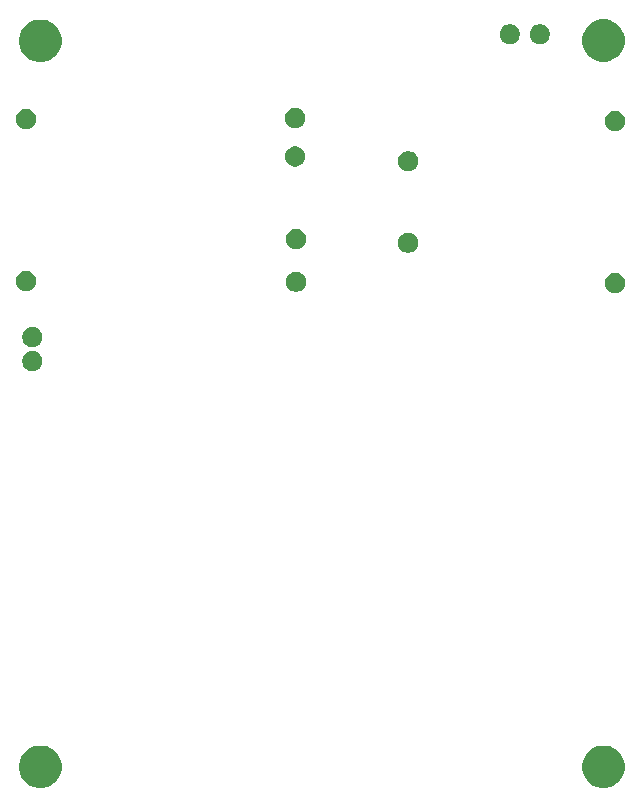
<source format=gbr>
G04 #@! TF.GenerationSoftware,KiCad,Pcbnew,5.0.2+dfsg1-1~bpo9+1*
G04 #@! TF.CreationDate,2019-07-11T09:36:16+01:00*
G04 #@! TF.ProjectId,arduboy_with_flashcart_port_smd_back,61726475-626f-4795-9f77-6974685f666c,rev?*
G04 #@! TF.SameCoordinates,Original*
G04 #@! TF.FileFunction,Soldermask,Bot*
G04 #@! TF.FilePolarity,Negative*
%FSLAX46Y46*%
G04 Gerber Fmt 4.6, Leading zero omitted, Abs format (unit mm)*
G04 Created by KiCad (PCBNEW 5.0.2+dfsg1-1~bpo9+1) date Thu 11 Jul 2019 09:36:16 BST*
%MOMM*%
%LPD*%
G01*
G04 APERTURE LIST*
%ADD10C,0.100000*%
G04 APERTURE END LIST*
D10*
G36*
X97540631Y-121966211D02*
X97868392Y-122101974D01*
X98163373Y-122299074D01*
X98414226Y-122549927D01*
X98611326Y-122844908D01*
X98747089Y-123172669D01*
X98816300Y-123520616D01*
X98816300Y-123875384D01*
X98747089Y-124223331D01*
X98611326Y-124551092D01*
X98414226Y-124846073D01*
X98163373Y-125096926D01*
X97868392Y-125294026D01*
X97540631Y-125429789D01*
X97192684Y-125499000D01*
X96837916Y-125499000D01*
X96489969Y-125429789D01*
X96162208Y-125294026D01*
X95867227Y-125096926D01*
X95616374Y-124846073D01*
X95419274Y-124551092D01*
X95283511Y-124223331D01*
X95214300Y-123875384D01*
X95214300Y-123520616D01*
X95283511Y-123172669D01*
X95419274Y-122844908D01*
X95616374Y-122549927D01*
X95867227Y-122299074D01*
X96162208Y-122101974D01*
X96489969Y-121966211D01*
X96837916Y-121897000D01*
X97192684Y-121897000D01*
X97540631Y-121966211D01*
X97540631Y-121966211D01*
G37*
G36*
X49864831Y-121966211D02*
X50192592Y-122101974D01*
X50487573Y-122299074D01*
X50738426Y-122549927D01*
X50935526Y-122844908D01*
X51071289Y-123172669D01*
X51140500Y-123520616D01*
X51140500Y-123875384D01*
X51071289Y-124223331D01*
X50935526Y-124551092D01*
X50738426Y-124846073D01*
X50487573Y-125096926D01*
X50192592Y-125294026D01*
X49864831Y-125429789D01*
X49516884Y-125499000D01*
X49162116Y-125499000D01*
X48814169Y-125429789D01*
X48486408Y-125294026D01*
X48191427Y-125096926D01*
X47940574Y-124846073D01*
X47743474Y-124551092D01*
X47607711Y-124223331D01*
X47538500Y-123875384D01*
X47538500Y-123520616D01*
X47607711Y-123172669D01*
X47743474Y-122844908D01*
X47940574Y-122549927D01*
X48191427Y-122299074D01*
X48486408Y-122101974D01*
X48814169Y-121966211D01*
X49162116Y-121897000D01*
X49516884Y-121897000D01*
X49864831Y-121966211D01*
X49864831Y-121966211D01*
G37*
G36*
X48914628Y-88526203D02*
X49069500Y-88590353D01*
X49208881Y-88683485D01*
X49327415Y-88802019D01*
X49420547Y-88941400D01*
X49484697Y-89096272D01*
X49517400Y-89260684D01*
X49517400Y-89428316D01*
X49484697Y-89592728D01*
X49420547Y-89747600D01*
X49327415Y-89886981D01*
X49208881Y-90005515D01*
X49069500Y-90098647D01*
X48914628Y-90162797D01*
X48750216Y-90195500D01*
X48582584Y-90195500D01*
X48418172Y-90162797D01*
X48263300Y-90098647D01*
X48123919Y-90005515D01*
X48005385Y-89886981D01*
X47912253Y-89747600D01*
X47848103Y-89592728D01*
X47815400Y-89428316D01*
X47815400Y-89260684D01*
X47848103Y-89096272D01*
X47912253Y-88941400D01*
X48005385Y-88802019D01*
X48123919Y-88683485D01*
X48263300Y-88590353D01*
X48418172Y-88526203D01*
X48582584Y-88493500D01*
X48750216Y-88493500D01*
X48914628Y-88526203D01*
X48914628Y-88526203D01*
G37*
G36*
X48914628Y-86494203D02*
X49069500Y-86558353D01*
X49208881Y-86651485D01*
X49327415Y-86770019D01*
X49420547Y-86909400D01*
X49484697Y-87064272D01*
X49517400Y-87228684D01*
X49517400Y-87396316D01*
X49484697Y-87560728D01*
X49420547Y-87715600D01*
X49327415Y-87854981D01*
X49208881Y-87973515D01*
X49069500Y-88066647D01*
X48914628Y-88130797D01*
X48750216Y-88163500D01*
X48582584Y-88163500D01*
X48418172Y-88130797D01*
X48263300Y-88066647D01*
X48123919Y-87973515D01*
X48005385Y-87854981D01*
X47912253Y-87715600D01*
X47848103Y-87560728D01*
X47815400Y-87396316D01*
X47815400Y-87228684D01*
X47848103Y-87064272D01*
X47912253Y-86909400D01*
X48005385Y-86770019D01*
X48123919Y-86651485D01*
X48263300Y-86558353D01*
X48418172Y-86494203D01*
X48582584Y-86461500D01*
X48750216Y-86461500D01*
X48914628Y-86494203D01*
X48914628Y-86494203D01*
G37*
G36*
X98241428Y-81909503D02*
X98396300Y-81973653D01*
X98535681Y-82066785D01*
X98654215Y-82185319D01*
X98747347Y-82324700D01*
X98811497Y-82479572D01*
X98844200Y-82643984D01*
X98844200Y-82811616D01*
X98811497Y-82976028D01*
X98747347Y-83130900D01*
X98654215Y-83270281D01*
X98535681Y-83388815D01*
X98396300Y-83481947D01*
X98241428Y-83546097D01*
X98077016Y-83578800D01*
X97909384Y-83578800D01*
X97744972Y-83546097D01*
X97590100Y-83481947D01*
X97450719Y-83388815D01*
X97332185Y-83270281D01*
X97239053Y-83130900D01*
X97174903Y-82976028D01*
X97142200Y-82811616D01*
X97142200Y-82643984D01*
X97174903Y-82479572D01*
X97239053Y-82324700D01*
X97332185Y-82185319D01*
X97450719Y-82066785D01*
X97590100Y-81973653D01*
X97744972Y-81909503D01*
X97909384Y-81876800D01*
X98077016Y-81876800D01*
X98241428Y-81909503D01*
X98241428Y-81909503D01*
G37*
G36*
X71228528Y-81807903D02*
X71383400Y-81872053D01*
X71522781Y-81965185D01*
X71641315Y-82083719D01*
X71734447Y-82223100D01*
X71798597Y-82377972D01*
X71831300Y-82542384D01*
X71831300Y-82710016D01*
X71798597Y-82874428D01*
X71734447Y-83029300D01*
X71641315Y-83168681D01*
X71522781Y-83287215D01*
X71383400Y-83380347D01*
X71228528Y-83444497D01*
X71064116Y-83477200D01*
X70896484Y-83477200D01*
X70732072Y-83444497D01*
X70577200Y-83380347D01*
X70437819Y-83287215D01*
X70319285Y-83168681D01*
X70226153Y-83029300D01*
X70162003Y-82874428D01*
X70129300Y-82710016D01*
X70129300Y-82542384D01*
X70162003Y-82377972D01*
X70226153Y-82223100D01*
X70319285Y-82083719D01*
X70437819Y-81965185D01*
X70577200Y-81872053D01*
X70732072Y-81807903D01*
X70896484Y-81775200D01*
X71064116Y-81775200D01*
X71228528Y-81807903D01*
X71228528Y-81807903D01*
G37*
G36*
X48368528Y-81744403D02*
X48523400Y-81808553D01*
X48662781Y-81901685D01*
X48781315Y-82020219D01*
X48874447Y-82159600D01*
X48938597Y-82314472D01*
X48971300Y-82478884D01*
X48971300Y-82646516D01*
X48938597Y-82810928D01*
X48874447Y-82965800D01*
X48781315Y-83105181D01*
X48662781Y-83223715D01*
X48523400Y-83316847D01*
X48368528Y-83380997D01*
X48204116Y-83413700D01*
X48036484Y-83413700D01*
X47872072Y-83380997D01*
X47717200Y-83316847D01*
X47577819Y-83223715D01*
X47459285Y-83105181D01*
X47366153Y-82965800D01*
X47302003Y-82810928D01*
X47269300Y-82646516D01*
X47269300Y-82478884D01*
X47302003Y-82314472D01*
X47366153Y-82159600D01*
X47459285Y-82020219D01*
X47577819Y-81901685D01*
X47717200Y-81808553D01*
X47872072Y-81744403D01*
X48036484Y-81711700D01*
X48204116Y-81711700D01*
X48368528Y-81744403D01*
X48368528Y-81744403D01*
G37*
G36*
X80728128Y-78505903D02*
X80883000Y-78570053D01*
X81022381Y-78663185D01*
X81140915Y-78781719D01*
X81234047Y-78921100D01*
X81298197Y-79075972D01*
X81330900Y-79240384D01*
X81330900Y-79408016D01*
X81298197Y-79572428D01*
X81234047Y-79727300D01*
X81140915Y-79866681D01*
X81022381Y-79985215D01*
X80883000Y-80078347D01*
X80728128Y-80142497D01*
X80563716Y-80175200D01*
X80396084Y-80175200D01*
X80231672Y-80142497D01*
X80076800Y-80078347D01*
X79937419Y-79985215D01*
X79818885Y-79866681D01*
X79725753Y-79727300D01*
X79661603Y-79572428D01*
X79628900Y-79408016D01*
X79628900Y-79240384D01*
X79661603Y-79075972D01*
X79725753Y-78921100D01*
X79818885Y-78781719D01*
X79937419Y-78663185D01*
X80076800Y-78570053D01*
X80231672Y-78505903D01*
X80396084Y-78473200D01*
X80563716Y-78473200D01*
X80728128Y-78505903D01*
X80728128Y-78505903D01*
G37*
G36*
X71228528Y-78188403D02*
X71383400Y-78252553D01*
X71522781Y-78345685D01*
X71641315Y-78464219D01*
X71734447Y-78603600D01*
X71798597Y-78758472D01*
X71831300Y-78922884D01*
X71831300Y-79090516D01*
X71798597Y-79254928D01*
X71734447Y-79409800D01*
X71641315Y-79549181D01*
X71522781Y-79667715D01*
X71383400Y-79760847D01*
X71228528Y-79824997D01*
X71064116Y-79857700D01*
X70896484Y-79857700D01*
X70732072Y-79824997D01*
X70577200Y-79760847D01*
X70437819Y-79667715D01*
X70319285Y-79549181D01*
X70226153Y-79409800D01*
X70162003Y-79254928D01*
X70129300Y-79090516D01*
X70129300Y-78922884D01*
X70162003Y-78758472D01*
X70226153Y-78603600D01*
X70319285Y-78464219D01*
X70437819Y-78345685D01*
X70577200Y-78252553D01*
X70732072Y-78188403D01*
X70896484Y-78155700D01*
X71064116Y-78155700D01*
X71228528Y-78188403D01*
X71228528Y-78188403D01*
G37*
G36*
X80728128Y-71597103D02*
X80883000Y-71661253D01*
X81022381Y-71754385D01*
X81140915Y-71872919D01*
X81234047Y-72012300D01*
X81298197Y-72167172D01*
X81330900Y-72331584D01*
X81330900Y-72499216D01*
X81298197Y-72663628D01*
X81234047Y-72818500D01*
X81140915Y-72957881D01*
X81022381Y-73076415D01*
X80883000Y-73169547D01*
X80728128Y-73233697D01*
X80563716Y-73266400D01*
X80396084Y-73266400D01*
X80231672Y-73233697D01*
X80076800Y-73169547D01*
X79937419Y-73076415D01*
X79818885Y-72957881D01*
X79725753Y-72818500D01*
X79661603Y-72663628D01*
X79628900Y-72499216D01*
X79628900Y-72331584D01*
X79661603Y-72167172D01*
X79725753Y-72012300D01*
X79818885Y-71872919D01*
X79937419Y-71754385D01*
X80076800Y-71661253D01*
X80231672Y-71597103D01*
X80396084Y-71564400D01*
X80563716Y-71564400D01*
X80728128Y-71597103D01*
X80728128Y-71597103D01*
G37*
G36*
X71165028Y-71203403D02*
X71319900Y-71267553D01*
X71459281Y-71360685D01*
X71577815Y-71479219D01*
X71670947Y-71618600D01*
X71735097Y-71773472D01*
X71767800Y-71937884D01*
X71767800Y-72105516D01*
X71735097Y-72269928D01*
X71670947Y-72424800D01*
X71577815Y-72564181D01*
X71459281Y-72682715D01*
X71319900Y-72775847D01*
X71165028Y-72839997D01*
X71000616Y-72872700D01*
X70832984Y-72872700D01*
X70668572Y-72839997D01*
X70513700Y-72775847D01*
X70374319Y-72682715D01*
X70255785Y-72564181D01*
X70162653Y-72424800D01*
X70098503Y-72269928D01*
X70065800Y-72105516D01*
X70065800Y-71937884D01*
X70098503Y-71773472D01*
X70162653Y-71618600D01*
X70255785Y-71479219D01*
X70374319Y-71360685D01*
X70513700Y-71267553D01*
X70668572Y-71203403D01*
X70832984Y-71170700D01*
X71000616Y-71170700D01*
X71165028Y-71203403D01*
X71165028Y-71203403D01*
G37*
G36*
X98241428Y-68193503D02*
X98396300Y-68257653D01*
X98535681Y-68350785D01*
X98654215Y-68469319D01*
X98747347Y-68608700D01*
X98811497Y-68763572D01*
X98844200Y-68927984D01*
X98844200Y-69095616D01*
X98811497Y-69260028D01*
X98747347Y-69414900D01*
X98654215Y-69554281D01*
X98535681Y-69672815D01*
X98396300Y-69765947D01*
X98241428Y-69830097D01*
X98077016Y-69862800D01*
X97909384Y-69862800D01*
X97744972Y-69830097D01*
X97590100Y-69765947D01*
X97450719Y-69672815D01*
X97332185Y-69554281D01*
X97239053Y-69414900D01*
X97174903Y-69260028D01*
X97142200Y-69095616D01*
X97142200Y-68927984D01*
X97174903Y-68763572D01*
X97239053Y-68608700D01*
X97332185Y-68469319D01*
X97450719Y-68350785D01*
X97590100Y-68257653D01*
X97744972Y-68193503D01*
X97909384Y-68160800D01*
X98077016Y-68160800D01*
X98241428Y-68193503D01*
X98241428Y-68193503D01*
G37*
G36*
X48381228Y-68028403D02*
X48536100Y-68092553D01*
X48675481Y-68185685D01*
X48794015Y-68304219D01*
X48887147Y-68443600D01*
X48951297Y-68598472D01*
X48984000Y-68762884D01*
X48984000Y-68930516D01*
X48951297Y-69094928D01*
X48887147Y-69249800D01*
X48794015Y-69389181D01*
X48675481Y-69507715D01*
X48536100Y-69600847D01*
X48381228Y-69664997D01*
X48216816Y-69697700D01*
X48049184Y-69697700D01*
X47884772Y-69664997D01*
X47729900Y-69600847D01*
X47590519Y-69507715D01*
X47471985Y-69389181D01*
X47378853Y-69249800D01*
X47314703Y-69094928D01*
X47282000Y-68930516D01*
X47282000Y-68762884D01*
X47314703Y-68598472D01*
X47378853Y-68443600D01*
X47471985Y-68304219D01*
X47590519Y-68185685D01*
X47729900Y-68092553D01*
X47884772Y-68028403D01*
X48049184Y-67995700D01*
X48216816Y-67995700D01*
X48381228Y-68028403D01*
X48381228Y-68028403D01*
G37*
G36*
X71165028Y-67952203D02*
X71319900Y-68016353D01*
X71459281Y-68109485D01*
X71577815Y-68228019D01*
X71670947Y-68367400D01*
X71735097Y-68522272D01*
X71767800Y-68686684D01*
X71767800Y-68854316D01*
X71735097Y-69018728D01*
X71670947Y-69173600D01*
X71577815Y-69312981D01*
X71459281Y-69431515D01*
X71319900Y-69524647D01*
X71165028Y-69588797D01*
X71000616Y-69621500D01*
X70832984Y-69621500D01*
X70668572Y-69588797D01*
X70513700Y-69524647D01*
X70374319Y-69431515D01*
X70255785Y-69312981D01*
X70162653Y-69173600D01*
X70098503Y-69018728D01*
X70065800Y-68854316D01*
X70065800Y-68686684D01*
X70098503Y-68522272D01*
X70162653Y-68367400D01*
X70255785Y-68228019D01*
X70374319Y-68109485D01*
X70513700Y-68016353D01*
X70668572Y-67952203D01*
X70832984Y-67919500D01*
X71000616Y-67919500D01*
X71165028Y-67952203D01*
X71165028Y-67952203D01*
G37*
G36*
X49864831Y-60498211D02*
X50192592Y-60633974D01*
X50487573Y-60831074D01*
X50738426Y-61081927D01*
X50935526Y-61376908D01*
X51071289Y-61704669D01*
X51140500Y-62052616D01*
X51140500Y-62407384D01*
X51071289Y-62755331D01*
X50935526Y-63083092D01*
X50738426Y-63378073D01*
X50487573Y-63628926D01*
X50192592Y-63826026D01*
X49864831Y-63961789D01*
X49516884Y-64031000D01*
X49162116Y-64031000D01*
X48814169Y-63961789D01*
X48486408Y-63826026D01*
X48191427Y-63628926D01*
X47940574Y-63378073D01*
X47743474Y-63083092D01*
X47607711Y-62755331D01*
X47538500Y-62407384D01*
X47538500Y-62052616D01*
X47607711Y-61704669D01*
X47743474Y-61376908D01*
X47940574Y-61081927D01*
X48191427Y-60831074D01*
X48486408Y-60633974D01*
X48814169Y-60498211D01*
X49162116Y-60429000D01*
X49516884Y-60429000D01*
X49864831Y-60498211D01*
X49864831Y-60498211D01*
G37*
G36*
X97540631Y-60472811D02*
X97868392Y-60608574D01*
X98163373Y-60805674D01*
X98414226Y-61056527D01*
X98611326Y-61351508D01*
X98747089Y-61679269D01*
X98816300Y-62027216D01*
X98816300Y-62381984D01*
X98747089Y-62729931D01*
X98611326Y-63057692D01*
X98414226Y-63352673D01*
X98163373Y-63603526D01*
X97868392Y-63800626D01*
X97540631Y-63936389D01*
X97192684Y-64005600D01*
X96837916Y-64005600D01*
X96489969Y-63936389D01*
X96162208Y-63800626D01*
X95867227Y-63603526D01*
X95616374Y-63352673D01*
X95419274Y-63057692D01*
X95283511Y-62729931D01*
X95214300Y-62381984D01*
X95214300Y-62027216D01*
X95283511Y-61679269D01*
X95419274Y-61351508D01*
X95616374Y-61056527D01*
X95867227Y-60805674D01*
X96162208Y-60608574D01*
X96489969Y-60472811D01*
X96837916Y-60403600D01*
X97192684Y-60403600D01*
X97540631Y-60472811D01*
X97540631Y-60472811D01*
G37*
G36*
X91878728Y-60852903D02*
X92033600Y-60917053D01*
X92172981Y-61010185D01*
X92291515Y-61128719D01*
X92384647Y-61268100D01*
X92448797Y-61422972D01*
X92481500Y-61587384D01*
X92481500Y-61755016D01*
X92448797Y-61919428D01*
X92384647Y-62074300D01*
X92291515Y-62213681D01*
X92172981Y-62332215D01*
X92033600Y-62425347D01*
X91878728Y-62489497D01*
X91714316Y-62522200D01*
X91546684Y-62522200D01*
X91382272Y-62489497D01*
X91227400Y-62425347D01*
X91088019Y-62332215D01*
X90969485Y-62213681D01*
X90876353Y-62074300D01*
X90812203Y-61919428D01*
X90779500Y-61755016D01*
X90779500Y-61587384D01*
X90812203Y-61422972D01*
X90876353Y-61268100D01*
X90969485Y-61128719D01*
X91088019Y-61010185D01*
X91227400Y-60917053D01*
X91382272Y-60852903D01*
X91546684Y-60820200D01*
X91714316Y-60820200D01*
X91878728Y-60852903D01*
X91878728Y-60852903D01*
G37*
G36*
X89338728Y-60852903D02*
X89493600Y-60917053D01*
X89632981Y-61010185D01*
X89751515Y-61128719D01*
X89844647Y-61268100D01*
X89908797Y-61422972D01*
X89941500Y-61587384D01*
X89941500Y-61755016D01*
X89908797Y-61919428D01*
X89844647Y-62074300D01*
X89751515Y-62213681D01*
X89632981Y-62332215D01*
X89493600Y-62425347D01*
X89338728Y-62489497D01*
X89174316Y-62522200D01*
X89006684Y-62522200D01*
X88842272Y-62489497D01*
X88687400Y-62425347D01*
X88548019Y-62332215D01*
X88429485Y-62213681D01*
X88336353Y-62074300D01*
X88272203Y-61919428D01*
X88239500Y-61755016D01*
X88239500Y-61587384D01*
X88272203Y-61422972D01*
X88336353Y-61268100D01*
X88429485Y-61128719D01*
X88548019Y-61010185D01*
X88687400Y-60917053D01*
X88842272Y-60852903D01*
X89006684Y-60820200D01*
X89174316Y-60820200D01*
X89338728Y-60852903D01*
X89338728Y-60852903D01*
G37*
M02*

</source>
